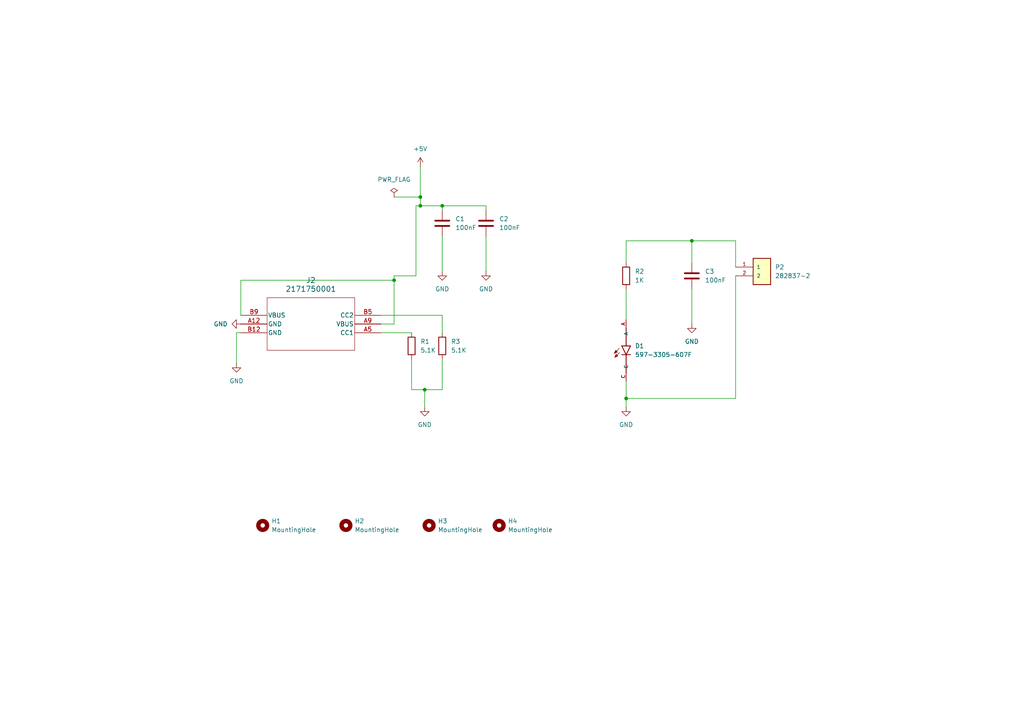
<source format=kicad_sch>
(kicad_sch
	(version 20250114)
	(generator "eeschema")
	(generator_version "9.0")
	(uuid "3fd9886b-9e0e-4090-bea6-f550e00e261d")
	(paper "A4")
	(lib_symbols
		(symbol "2025-10-14_17-10-48:2171750001"
			(pin_names
				(offset 0.254)
			)
			(exclude_from_sim no)
			(in_bom yes)
			(on_board yes)
			(property "Reference" "J"
				(at 20.32 10.16 0)
				(effects
					(font
						(size 1.524 1.524)
					)
				)
			)
			(property "Value" "2171750001"
				(at 20.32 7.62 0)
				(effects
					(font
						(size 1.524 1.524)
					)
				)
			)
			(property "Footprint" "2171750001_MOL"
				(at 0 0 0)
				(effects
					(font
						(size 1.27 1.27)
						(italic yes)
					)
					(hide yes)
				)
			)
			(property "Datasheet" "https://www.molex.com/en-us/products/part-detail-pdf/2171750001?display=pdf"
				(at 0 0 0)
				(effects
					(font
						(size 1.27 1.27)
						(italic yes)
					)
					(hide yes)
				)
			)
			(property "Description" ""
				(at 0 0 0)
				(effects
					(font
						(size 1.27 1.27)
					)
					(hide yes)
				)
			)
			(property "ki_locked" ""
				(at 0 0 0)
				(effects
					(font
						(size 1.27 1.27)
					)
				)
			)
			(property "ki_keywords" "2171750001"
				(at 0 0 0)
				(effects
					(font
						(size 1.27 1.27)
					)
					(hide yes)
				)
			)
			(property "ki_fp_filters" "2171750001_MOL"
				(at 0 0 0)
				(effects
					(font
						(size 1.27 1.27)
					)
					(hide yes)
				)
			)
			(symbol "2171750001_0_1"
				(polyline
					(pts
						(xy 7.62 5.08) (xy 7.62 -10.16)
					)
					(stroke
						(width 0.127)
						(type default)
					)
					(fill
						(type none)
					)
				)
				(polyline
					(pts
						(xy 7.62 -10.16) (xy 33.02 -10.16)
					)
					(stroke
						(width 0.127)
						(type default)
					)
					(fill
						(type none)
					)
				)
				(polyline
					(pts
						(xy 33.02 5.08) (xy 7.62 5.08)
					)
					(stroke
						(width 0.127)
						(type default)
					)
					(fill
						(type none)
					)
				)
				(polyline
					(pts
						(xy 33.02 -10.16) (xy 33.02 5.08)
					)
					(stroke
						(width 0.127)
						(type default)
					)
					(fill
						(type none)
					)
				)
				(pin bidirectional line
					(at 0 0 0)
					(length 7.62)
					(name "CC1"
						(effects
							(font
								(size 1.27 1.27)
							)
						)
					)
					(number "A5"
						(effects
							(font
								(size 1.27 1.27)
							)
						)
					)
				)
				(pin power_in line
					(at 0 -2.54 0)
					(length 7.62)
					(name "VBUS"
						(effects
							(font
								(size 1.27 1.27)
							)
						)
					)
					(number "A9"
						(effects
							(font
								(size 1.27 1.27)
							)
						)
					)
				)
				(pin bidirectional line
					(at 0 -5.08 0)
					(length 7.62)
					(name "CC2"
						(effects
							(font
								(size 1.27 1.27)
							)
						)
					)
					(number "B5"
						(effects
							(font
								(size 1.27 1.27)
							)
						)
					)
				)
				(pin power_out line
					(at 40.64 0 180)
					(length 7.62)
					(name "GND"
						(effects
							(font
								(size 1.27 1.27)
							)
						)
					)
					(number "B12"
						(effects
							(font
								(size 1.27 1.27)
							)
						)
					)
				)
				(pin power_out line
					(at 40.64 -2.54 180)
					(length 7.62)
					(name "GND"
						(effects
							(font
								(size 1.27 1.27)
							)
						)
					)
					(number "A12"
						(effects
							(font
								(size 1.27 1.27)
							)
						)
					)
				)
				(pin power_in line
					(at 40.64 -5.08 180)
					(length 7.62)
					(name "VBUS"
						(effects
							(font
								(size 1.27 1.27)
							)
						)
					)
					(number "B9"
						(effects
							(font
								(size 1.27 1.27)
							)
						)
					)
				)
			)
			(embedded_fonts no)
		)
		(symbol "282837-2_1"
			(pin_names
				(offset 1.016)
			)
			(exclude_from_sim no)
			(in_bom yes)
			(on_board yes)
			(property "Reference" "P"
				(at -2.5406 2.5438 0)
				(effects
					(font
						(size 1.27 1.27)
					)
					(justify left bottom)
				)
			)
			(property "Value" "282837-2"
				(at -2.5424 -6.3745 0)
				(effects
					(font
						(size 1.27 1.27)
					)
					(justify left bottom)
				)
			)
			(property "Footprint" "282837-2:TE_282837-2"
				(at 0 0 0)
				(effects
					(font
						(size 1.27 1.27)
					)
					(justify bottom)
					(hide yes)
				)
			)
			(property "Datasheet" ""
				(at 0 0 0)
				(effects
					(font
						(size 1.27 1.27)
					)
					(hide yes)
				)
			)
			(property "Description" ""
				(at 0 0 0)
				(effects
					(font
						(size 1.27 1.27)
					)
					(hide yes)
				)
			)
			(property "Comment" "282837-2"
				(at 0 0 0)
				(effects
					(font
						(size 1.27 1.27)
					)
					(justify bottom)
					(hide yes)
				)
			)
			(property "MF" "TE Connectivity"
				(at 0 0 0)
				(effects
					(font
						(size 1.27 1.27)
					)
					(justify bottom)
					(hide yes)
				)
			)
			(property "DESCRIPTION" "TERMINAL BLOCK 3.5MM 2POS PCB"
				(at 0 0 0)
				(effects
					(font
						(size 1.27 1.27)
					)
					(justify bottom)
					(hide yes)
				)
			)
			(property "PACKAGE" "None"
				(at 0 0 0)
				(effects
					(font
						(size 1.27 1.27)
					)
					(justify bottom)
					(hide yes)
				)
			)
			(property "PRICE" "0.28 USD"
				(at 0 0 0)
				(effects
					(font
						(size 1.27 1.27)
					)
					(justify bottom)
					(hide yes)
				)
			)
			(property "Package" "None"
				(at 0 0 0)
				(effects
					(font
						(size 1.27 1.27)
					)
					(justify bottom)
					(hide yes)
				)
			)
			(property "Check_prices" "https://www.snapeda.com/parts/282837-2/TE+Connectivity+AMP+Connectors/view-part/?ref=eda"
				(at 0 0 0)
				(effects
					(font
						(size 1.27 1.27)
					)
					(justify bottom)
					(hide yes)
				)
			)
			(property "Price" "None"
				(at 0 0 0)
				(effects
					(font
						(size 1.27 1.27)
					)
					(justify bottom)
					(hide yes)
				)
			)
			(property "PARTREV" "G3"
				(at 0 0 0)
				(effects
					(font
						(size 1.27 1.27)
					)
					(justify bottom)
					(hide yes)
				)
			)
			(property "SnapEDA_Link" "https://www.snapeda.com/parts/282837-2/TE+Connectivity+AMP+Connectors/view-part/?ref=snap"
				(at 0 0 0)
				(effects
					(font
						(size 1.27 1.27)
					)
					(justify bottom)
					(hide yes)
				)
			)
			(property "MP" "282837-2"
				(at 0 0 0)
				(effects
					(font
						(size 1.27 1.27)
					)
					(justify bottom)
					(hide yes)
				)
			)
			(property "Availability" "In Stock"
				(at 0 0 0)
				(effects
					(font
						(size 1.27 1.27)
					)
					(justify bottom)
					(hide yes)
				)
			)
			(property "AVAILABILITY" "Good"
				(at 0 0 0)
				(effects
					(font
						(size 1.27 1.27)
					)
					(justify bottom)
					(hide yes)
				)
			)
			(property "Description_1" "Terminal Block Connector Wire Receptacle 2 5.08 mm 30-16 AWG Green 13.5 A 250 V | TE Connectivity 282837-2"
				(at 0 0 0)
				(effects
					(font
						(size 1.27 1.27)
					)
					(justify bottom)
					(hide yes)
				)
			)
			(symbol "282837-2_1_0_0"
				(rectangle
					(start -2.54 -5.08)
					(end 2.54 2.54)
					(stroke
						(width 0.254)
						(type default)
					)
					(fill
						(type background)
					)
				)
				(pin passive line
					(at -7.62 0 0)
					(length 5.08)
					(name "1"
						(effects
							(font
								(size 1.016 1.016)
							)
						)
					)
					(number "1"
						(effects
							(font
								(size 1.016 1.016)
							)
						)
					)
				)
				(pin passive line
					(at -7.62 -2.54 0)
					(length 5.08)
					(name "2"
						(effects
							(font
								(size 1.016 1.016)
							)
						)
					)
					(number "2"
						(effects
							(font
								(size 1.016 1.016)
							)
						)
					)
				)
			)
			(embedded_fonts no)
		)
		(symbol "597-3305-607F:597-3305-607F"
			(pin_names
				(offset 1.016)
			)
			(exclude_from_sim no)
			(in_bom yes)
			(on_board yes)
			(property "Reference" "D"
				(at -2.0351 4.0703 0)
				(effects
					(font
						(size 1.27 1.27)
					)
					(justify left bottom)
				)
			)
			(property "Value" "597-3305-607F"
				(at -2.0337 -3.8132 0)
				(effects
					(font
						(size 1.27 1.27)
					)
					(justify left bottom)
				)
			)
			(property "Footprint" "597-3305-607F:LEDC2012X70N"
				(at 0 0 0)
				(effects
					(font
						(size 1.27 1.27)
					)
					(justify bottom)
					(hide yes)
				)
			)
			(property "Datasheet" ""
				(at 0 0 0)
				(effects
					(font
						(size 1.27 1.27)
					)
					(hide yes)
				)
			)
			(property "Description" ""
				(at 0 0 0)
				(effects
					(font
						(size 1.27 1.27)
					)
					(hide yes)
				)
			)
			(property "MF" "Dialight"
				(at 0 0 0)
				(effects
					(font
						(size 1.27 1.27)
					)
					(justify bottom)
					(hide yes)
				)
			)
			(property "Description_1" "SMD LED 0805 G 7 | Dialight 597-3305-607F"
				(at 0 0 0)
				(effects
					(font
						(size 1.27 1.27)
					)
					(justify bottom)
					(hide yes)
				)
			)
			(property "Package" "0805 Dialight"
				(at 0 0 0)
				(effects
					(font
						(size 1.27 1.27)
					)
					(justify bottom)
					(hide yes)
				)
			)
			(property "Price" "None"
				(at 0 0 0)
				(effects
					(font
						(size 1.27 1.27)
					)
					(justify bottom)
					(hide yes)
				)
			)
			(property "SnapEDA_Link" "https://www.snapeda.com/parts/597-3305-607F/Dialight/view-part/?ref=snap"
				(at 0 0 0)
				(effects
					(font
						(size 1.27 1.27)
					)
					(justify bottom)
					(hide yes)
				)
			)
			(property "MP" "597-3305-607F"
				(at 0 0 0)
				(effects
					(font
						(size 1.27 1.27)
					)
					(justify bottom)
					(hide yes)
				)
			)
			(property "Availability" "In Stock"
				(at 0 0 0)
				(effects
					(font
						(size 1.27 1.27)
					)
					(justify bottom)
					(hide yes)
				)
			)
			(property "Check_prices" "https://www.snapeda.com/parts/597-3305-607F/Dialight/view-part/?ref=eda"
				(at 0 0 0)
				(effects
					(font
						(size 1.27 1.27)
					)
					(justify bottom)
					(hide yes)
				)
			)
			(symbol "597-3305-607F_0_0"
				(polyline
					(pts
						(xy -5.08 0) (xy 0 0)
					)
					(stroke
						(width 0.254)
						(type default)
					)
					(fill
						(type none)
					)
				)
				(polyline
					(pts
						(xy -0.762 3.302) (xy 0.127 2.921) (xy -0.381 2.413) (xy -0.762 3.302)
					)
					(stroke
						(width 0.1524)
						(type default)
					)
					(fill
						(type outline)
					)
				)
				(polyline
					(pts
						(xy 0 0) (xy 0 1.27)
					)
					(stroke
						(width 0.254)
						(type default)
					)
					(fill
						(type none)
					)
				)
				(polyline
					(pts
						(xy 0 0) (xy 2.54 1.27)
					)
					(stroke
						(width 0.254)
						(type default)
					)
					(fill
						(type none)
					)
				)
				(polyline
					(pts
						(xy 0 -1.27) (xy 0 0)
					)
					(stroke
						(width 0.254)
						(type default)
					)
					(fill
						(type none)
					)
				)
				(polyline
					(pts
						(xy 0.381 3.429) (xy 1.27 3.048) (xy 0.762 2.54) (xy 0.381 3.429)
					)
					(stroke
						(width 0.1524)
						(type default)
					)
					(fill
						(type outline)
					)
				)
				(polyline
					(pts
						(xy 0.635 1.905) (xy -0.762 3.302)
					)
					(stroke
						(width 0.1524)
						(type default)
					)
					(fill
						(type none)
					)
				)
				(polyline
					(pts
						(xy 1.778 2.032) (xy 0.381 3.429)
					)
					(stroke
						(width 0.1524)
						(type default)
					)
					(fill
						(type none)
					)
				)
				(polyline
					(pts
						(xy 2.54 0) (xy 2.54 1.27)
					)
					(stroke
						(width 0.254)
						(type default)
					)
					(fill
						(type none)
					)
				)
				(polyline
					(pts
						(xy 2.54 0) (xy 7.62 0)
					)
					(stroke
						(width 0.254)
						(type default)
					)
					(fill
						(type none)
					)
				)
				(polyline
					(pts
						(xy 2.54 -1.27) (xy 0 0)
					)
					(stroke
						(width 0.254)
						(type default)
					)
					(fill
						(type none)
					)
				)
				(polyline
					(pts
						(xy 2.54 -1.27) (xy 2.54 0)
					)
					(stroke
						(width 0.254)
						(type default)
					)
					(fill
						(type none)
					)
				)
				(pin passive line
					(at -7.62 0 0)
					(length 2.54)
					(name "C"
						(effects
							(font
								(size 1.016 1.016)
							)
						)
					)
					(number "C"
						(effects
							(font
								(size 1.016 1.016)
							)
						)
					)
				)
				(pin passive line
					(at 10.16 0 180)
					(length 2.54)
					(name "A"
						(effects
							(font
								(size 1.016 1.016)
							)
						)
					)
					(number "A"
						(effects
							(font
								(size 1.016 1.016)
							)
						)
					)
				)
			)
			(embedded_fonts no)
		)
		(symbol "Device:C"
			(pin_numbers
				(hide yes)
			)
			(pin_names
				(offset 0.254)
			)
			(exclude_from_sim no)
			(in_bom yes)
			(on_board yes)
			(property "Reference" "C"
				(at 0.635 2.54 0)
				(effects
					(font
						(size 1.27 1.27)
					)
					(justify left)
				)
			)
			(property "Value" "C"
				(at 0.635 -2.54 0)
				(effects
					(font
						(size 1.27 1.27)
					)
					(justify left)
				)
			)
			(property "Footprint" ""
				(at 0.9652 -3.81 0)
				(effects
					(font
						(size 1.27 1.27)
					)
					(hide yes)
				)
			)
			(property "Datasheet" "~"
				(at 0 0 0)
				(effects
					(font
						(size 1.27 1.27)
					)
					(hide yes)
				)
			)
			(property "Description" "Unpolarized capacitor"
				(at 0 0 0)
				(effects
					(font
						(size 1.27 1.27)
					)
					(hide yes)
				)
			)
			(property "ki_keywords" "cap capacitor"
				(at 0 0 0)
				(effects
					(font
						(size 1.27 1.27)
					)
					(hide yes)
				)
			)
			(property "ki_fp_filters" "C_*"
				(at 0 0 0)
				(effects
					(font
						(size 1.27 1.27)
					)
					(hide yes)
				)
			)
			(symbol "C_0_1"
				(polyline
					(pts
						(xy -2.032 0.762) (xy 2.032 0.762)
					)
					(stroke
						(width 0.508)
						(type default)
					)
					(fill
						(type none)
					)
				)
				(polyline
					(pts
						(xy -2.032 -0.762) (xy 2.032 -0.762)
					)
					(stroke
						(width 0.508)
						(type default)
					)
					(fill
						(type none)
					)
				)
			)
			(symbol "C_1_1"
				(pin passive line
					(at 0 3.81 270)
					(length 2.794)
					(name "~"
						(effects
							(font
								(size 1.27 1.27)
							)
						)
					)
					(number "1"
						(effects
							(font
								(size 1.27 1.27)
							)
						)
					)
				)
				(pin passive line
					(at 0 -3.81 90)
					(length 2.794)
					(name "~"
						(effects
							(font
								(size 1.27 1.27)
							)
						)
					)
					(number "2"
						(effects
							(font
								(size 1.27 1.27)
							)
						)
					)
				)
			)
			(embedded_fonts no)
		)
		(symbol "Device:R"
			(pin_numbers
				(hide yes)
			)
			(pin_names
				(offset 0)
			)
			(exclude_from_sim no)
			(in_bom yes)
			(on_board yes)
			(property "Reference" "R"
				(at 2.032 0 90)
				(effects
					(font
						(size 1.27 1.27)
					)
				)
			)
			(property "Value" "R"
				(at 0 0 90)
				(effects
					(font
						(size 1.27 1.27)
					)
				)
			)
			(property "Footprint" ""
				(at -1.778 0 90)
				(effects
					(font
						(size 1.27 1.27)
					)
					(hide yes)
				)
			)
			(property "Datasheet" "~"
				(at 0 0 0)
				(effects
					(font
						(size 1.27 1.27)
					)
					(hide yes)
				)
			)
			(property "Description" "Resistor"
				(at 0 0 0)
				(effects
					(font
						(size 1.27 1.27)
					)
					(hide yes)
				)
			)
			(property "ki_keywords" "R res resistor"
				(at 0 0 0)
				(effects
					(font
						(size 1.27 1.27)
					)
					(hide yes)
				)
			)
			(property "ki_fp_filters" "R_*"
				(at 0 0 0)
				(effects
					(font
						(size 1.27 1.27)
					)
					(hide yes)
				)
			)
			(symbol "R_0_1"
				(rectangle
					(start -1.016 -2.54)
					(end 1.016 2.54)
					(stroke
						(width 0.254)
						(type default)
					)
					(fill
						(type none)
					)
				)
			)
			(symbol "R_1_1"
				(pin passive line
					(at 0 3.81 270)
					(length 1.27)
					(name "~"
						(effects
							(font
								(size 1.27 1.27)
							)
						)
					)
					(number "1"
						(effects
							(font
								(size 1.27 1.27)
							)
						)
					)
				)
				(pin passive line
					(at 0 -3.81 90)
					(length 1.27)
					(name "~"
						(effects
							(font
								(size 1.27 1.27)
							)
						)
					)
					(number "2"
						(effects
							(font
								(size 1.27 1.27)
							)
						)
					)
				)
			)
			(embedded_fonts no)
		)
		(symbol "Mechanical:MountingHole"
			(pin_names
				(offset 1.016)
			)
			(exclude_from_sim no)
			(in_bom no)
			(on_board yes)
			(property "Reference" "H"
				(at 0 5.08 0)
				(effects
					(font
						(size 1.27 1.27)
					)
				)
			)
			(property "Value" "MountingHole"
				(at 0 3.175 0)
				(effects
					(font
						(size 1.27 1.27)
					)
				)
			)
			(property "Footprint" ""
				(at 0 0 0)
				(effects
					(font
						(size 1.27 1.27)
					)
					(hide yes)
				)
			)
			(property "Datasheet" "~"
				(at 0 0 0)
				(effects
					(font
						(size 1.27 1.27)
					)
					(hide yes)
				)
			)
			(property "Description" "Mounting Hole without connection"
				(at 0 0 0)
				(effects
					(font
						(size 1.27 1.27)
					)
					(hide yes)
				)
			)
			(property "ki_keywords" "mounting hole"
				(at 0 0 0)
				(effects
					(font
						(size 1.27 1.27)
					)
					(hide yes)
				)
			)
			(property "ki_fp_filters" "MountingHole*"
				(at 0 0 0)
				(effects
					(font
						(size 1.27 1.27)
					)
					(hide yes)
				)
			)
			(symbol "MountingHole_0_1"
				(circle
					(center 0 0)
					(radius 1.27)
					(stroke
						(width 1.27)
						(type default)
					)
					(fill
						(type none)
					)
				)
			)
			(embedded_fonts no)
		)
		(symbol "power:+5V"
			(power)
			(pin_numbers
				(hide yes)
			)
			(pin_names
				(offset 0)
				(hide yes)
			)
			(exclude_from_sim no)
			(in_bom yes)
			(on_board yes)
			(property "Reference" "#PWR"
				(at 0 -3.81 0)
				(effects
					(font
						(size 1.27 1.27)
					)
					(hide yes)
				)
			)
			(property "Value" "+5V"
				(at 0 3.556 0)
				(effects
					(font
						(size 1.27 1.27)
					)
				)
			)
			(property "Footprint" ""
				(at 0 0 0)
				(effects
					(font
						(size 1.27 1.27)
					)
					(hide yes)
				)
			)
			(property "Datasheet" ""
				(at 0 0 0)
				(effects
					(font
						(size 1.27 1.27)
					)
					(hide yes)
				)
			)
			(property "Description" "Power symbol creates a global label with name \"+5V\""
				(at 0 0 0)
				(effects
					(font
						(size 1.27 1.27)
					)
					(hide yes)
				)
			)
			(property "ki_keywords" "global power"
				(at 0 0 0)
				(effects
					(font
						(size 1.27 1.27)
					)
					(hide yes)
				)
			)
			(symbol "+5V_0_1"
				(polyline
					(pts
						(xy -0.762 1.27) (xy 0 2.54)
					)
					(stroke
						(width 0)
						(type default)
					)
					(fill
						(type none)
					)
				)
				(polyline
					(pts
						(xy 0 2.54) (xy 0.762 1.27)
					)
					(stroke
						(width 0)
						(type default)
					)
					(fill
						(type none)
					)
				)
				(polyline
					(pts
						(xy 0 0) (xy 0 2.54)
					)
					(stroke
						(width 0)
						(type default)
					)
					(fill
						(type none)
					)
				)
			)
			(symbol "+5V_1_1"
				(pin power_in line
					(at 0 0 90)
					(length 0)
					(name "~"
						(effects
							(font
								(size 1.27 1.27)
							)
						)
					)
					(number "1"
						(effects
							(font
								(size 1.27 1.27)
							)
						)
					)
				)
			)
			(embedded_fonts no)
		)
		(symbol "power:GND"
			(power)
			(pin_numbers
				(hide yes)
			)
			(pin_names
				(offset 0)
				(hide yes)
			)
			(exclude_from_sim no)
			(in_bom yes)
			(on_board yes)
			(property "Reference" "#PWR"
				(at 0 -6.35 0)
				(effects
					(font
						(size 1.27 1.27)
					)
					(hide yes)
				)
			)
			(property "Value" "GND"
				(at 0 -3.81 0)
				(effects
					(font
						(size 1.27 1.27)
					)
				)
			)
			(property "Footprint" ""
				(at 0 0 0)
				(effects
					(font
						(size 1.27 1.27)
					)
					(hide yes)
				)
			)
			(property "Datasheet" ""
				(at 0 0 0)
				(effects
					(font
						(size 1.27 1.27)
					)
					(hide yes)
				)
			)
			(property "Description" "Power symbol creates a global label with name \"GND\" , ground"
				(at 0 0 0)
				(effects
					(font
						(size 1.27 1.27)
					)
					(hide yes)
				)
			)
			(property "ki_keywords" "global power"
				(at 0 0 0)
				(effects
					(font
						(size 1.27 1.27)
					)
					(hide yes)
				)
			)
			(symbol "GND_0_1"
				(polyline
					(pts
						(xy 0 0) (xy 0 -1.27) (xy 1.27 -1.27) (xy 0 -2.54) (xy -1.27 -1.27) (xy 0 -1.27)
					)
					(stroke
						(width 0)
						(type default)
					)
					(fill
						(type none)
					)
				)
			)
			(symbol "GND_1_1"
				(pin power_in line
					(at 0 0 270)
					(length 0)
					(name "~"
						(effects
							(font
								(size 1.27 1.27)
							)
						)
					)
					(number "1"
						(effects
							(font
								(size 1.27 1.27)
							)
						)
					)
				)
			)
			(embedded_fonts no)
		)
		(symbol "power:PWR_FLAG"
			(power)
			(pin_numbers
				(hide yes)
			)
			(pin_names
				(offset 0)
				(hide yes)
			)
			(exclude_from_sim no)
			(in_bom yes)
			(on_board yes)
			(property "Reference" "#FLG"
				(at 0 1.905 0)
				(effects
					(font
						(size 1.27 1.27)
					)
					(hide yes)
				)
			)
			(property "Value" "PWR_FLAG"
				(at 0 3.81 0)
				(effects
					(font
						(size 1.27 1.27)
					)
				)
			)
			(property "Footprint" ""
				(at 0 0 0)
				(effects
					(font
						(size 1.27 1.27)
					)
					(hide yes)
				)
			)
			(property "Datasheet" "~"
				(at 0 0 0)
				(effects
					(font
						(size 1.27 1.27)
					)
					(hide yes)
				)
			)
			(property "Description" "Special symbol for telling ERC where power comes from"
				(at 0 0 0)
				(effects
					(font
						(size 1.27 1.27)
					)
					(hide yes)
				)
			)
			(property "ki_keywords" "flag power"
				(at 0 0 0)
				(effects
					(font
						(size 1.27 1.27)
					)
					(hide yes)
				)
			)
			(symbol "PWR_FLAG_0_0"
				(pin power_out line
					(at 0 0 90)
					(length 0)
					(name "~"
						(effects
							(font
								(size 1.27 1.27)
							)
						)
					)
					(number "1"
						(effects
							(font
								(size 1.27 1.27)
							)
						)
					)
				)
			)
			(symbol "PWR_FLAG_0_1"
				(polyline
					(pts
						(xy 0 0) (xy 0 1.27) (xy -1.016 1.905) (xy 0 2.54) (xy 1.016 1.905) (xy 0 1.27)
					)
					(stroke
						(width 0)
						(type default)
					)
					(fill
						(type none)
					)
				)
			)
			(embedded_fonts no)
		)
	)
	(junction
		(at 128.27 59.69)
		(diameter 0)
		(color 0 0 0 0)
		(uuid "20cb0d84-f9fb-4946-b626-adbbf944d094")
	)
	(junction
		(at 121.92 59.69)
		(diameter 0)
		(color 0 0 0 0)
		(uuid "4b17351e-01bc-4c00-861c-54b14122265e")
	)
	(junction
		(at 121.92 57.15)
		(diameter 0)
		(color 0 0 0 0)
		(uuid "6ccfdb3b-3f73-4149-8bfc-5bd85a095a09")
	)
	(junction
		(at 123.19 113.03)
		(diameter 0)
		(color 0 0 0 0)
		(uuid "82ec4373-4763-4188-a814-48f19830674d")
	)
	(junction
		(at 114.3 81.28)
		(diameter 0)
		(color 0 0 0 0)
		(uuid "af2bf37a-b5d4-4523-b77c-b861786f761c")
	)
	(junction
		(at 181.61 115.57)
		(diameter 0)
		(color 0 0 0 0)
		(uuid "c4c2bee6-eac4-4679-9751-e78904b2156a")
	)
	(junction
		(at 200.66 69.85)
		(diameter 0)
		(color 0 0 0 0)
		(uuid "d8881a83-7835-4b45-9600-a0d4ba07231c")
	)
	(wire
		(pts
			(xy 114.3 80.01) (xy 120.65 80.01)
		)
		(stroke
			(width 0)
			(type default)
		)
		(uuid "01a8f157-d256-4b77-aa43-6a6e6ccc50b9")
	)
	(wire
		(pts
			(xy 128.27 91.44) (xy 128.27 96.52)
		)
		(stroke
			(width 0)
			(type default)
		)
		(uuid "0c3c1dac-b29c-40ff-8164-2d91be7717d0")
	)
	(wire
		(pts
			(xy 213.36 115.57) (xy 181.61 115.57)
		)
		(stroke
			(width 0)
			(type default)
		)
		(uuid "0d153567-0f8d-4e05-90fd-083bc558b007")
	)
	(wire
		(pts
			(xy 114.3 57.15) (xy 121.92 57.15)
		)
		(stroke
			(width 0)
			(type default)
		)
		(uuid "0d7cbca7-42be-4293-95a6-7134b7073014")
	)
	(wire
		(pts
			(xy 121.92 59.69) (xy 120.65 59.69)
		)
		(stroke
			(width 0)
			(type default)
		)
		(uuid "145e3469-04a9-48e3-81ec-f89204994507")
	)
	(wire
		(pts
			(xy 200.66 69.85) (xy 200.66 76.2)
		)
		(stroke
			(width 0)
			(type default)
		)
		(uuid "1c73f85f-5f57-49df-9ca3-f357d25b9a5d")
	)
	(wire
		(pts
			(xy 200.66 83.82) (xy 200.66 93.98)
		)
		(stroke
			(width 0)
			(type default)
		)
		(uuid "32b8ee77-d874-4287-848a-8a5076a08b1d")
	)
	(wire
		(pts
			(xy 213.36 80.01) (xy 213.36 115.57)
		)
		(stroke
			(width 0)
			(type default)
		)
		(uuid "34524b4e-00f1-4622-ad3b-a2c90dc20499")
	)
	(wire
		(pts
			(xy 114.3 93.98) (xy 114.3 81.28)
		)
		(stroke
			(width 0)
			(type default)
		)
		(uuid "35168ea9-3a46-48dc-8719-c7cf61e627ce")
	)
	(wire
		(pts
			(xy 181.61 83.82) (xy 181.61 92.71)
		)
		(stroke
			(width 0)
			(type default)
		)
		(uuid "367f2a46-da1d-4cda-82f8-1c373f380526")
	)
	(wire
		(pts
			(xy 128.27 113.03) (xy 128.27 104.14)
		)
		(stroke
			(width 0)
			(type default)
		)
		(uuid "3bf8eeda-f2e2-445b-b337-b1a6010a4122")
	)
	(wire
		(pts
			(xy 181.61 110.49) (xy 181.61 115.57)
		)
		(stroke
			(width 0)
			(type default)
		)
		(uuid "45ae4c99-5b87-4437-8447-66a110ace7e2")
	)
	(wire
		(pts
			(xy 140.97 60.96) (xy 140.97 59.69)
		)
		(stroke
			(width 0)
			(type default)
		)
		(uuid "56b62f2e-ed40-450a-9889-f359c79e86fc")
	)
	(wire
		(pts
			(xy 123.19 113.03) (xy 123.19 118.11)
		)
		(stroke
			(width 0)
			(type default)
		)
		(uuid "692d93c0-a50f-4bdf-a9cb-d9880b67d8f5")
	)
	(wire
		(pts
			(xy 128.27 59.69) (xy 121.92 59.69)
		)
		(stroke
			(width 0)
			(type default)
		)
		(uuid "6a4e837f-bf69-4121-b732-d3b1107d529c")
	)
	(wire
		(pts
			(xy 140.97 68.58) (xy 140.97 78.74)
		)
		(stroke
			(width 0)
			(type default)
		)
		(uuid "72fe9fab-71f9-4333-8be6-ad4a8913b054")
	)
	(wire
		(pts
			(xy 213.36 69.85) (xy 200.66 69.85)
		)
		(stroke
			(width 0)
			(type default)
		)
		(uuid "731c81bb-f008-4939-8368-f311306d8c87")
	)
	(wire
		(pts
			(xy 181.61 69.85) (xy 181.61 76.2)
		)
		(stroke
			(width 0)
			(type default)
		)
		(uuid "789d9e55-e88a-4767-b14c-8631b91b6814")
	)
	(wire
		(pts
			(xy 119.38 113.03) (xy 123.19 113.03)
		)
		(stroke
			(width 0)
			(type default)
		)
		(uuid "81a51340-dab3-4fb5-852d-564f4d103b38")
	)
	(wire
		(pts
			(xy 140.97 59.69) (xy 128.27 59.69)
		)
		(stroke
			(width 0)
			(type default)
		)
		(uuid "8b7078e3-9ac8-4890-8532-8fd80abde05c")
	)
	(wire
		(pts
			(xy 200.66 69.85) (xy 181.61 69.85)
		)
		(stroke
			(width 0)
			(type default)
		)
		(uuid "8b8bec13-0a7f-4a92-a2cf-c295f70e3d63")
	)
	(wire
		(pts
			(xy 119.38 104.14) (xy 119.38 113.03)
		)
		(stroke
			(width 0)
			(type default)
		)
		(uuid "8cbc6f21-0040-44a6-b8cb-66e1cd2459ff")
	)
	(wire
		(pts
			(xy 110.49 93.98) (xy 114.3 93.98)
		)
		(stroke
			(width 0)
			(type default)
		)
		(uuid "a02727a8-1e58-4964-ae44-1319f870b520")
	)
	(wire
		(pts
			(xy 123.19 113.03) (xy 128.27 113.03)
		)
		(stroke
			(width 0)
			(type default)
		)
		(uuid "a3ff5feb-d420-4086-8414-e836df9e623b")
	)
	(wire
		(pts
			(xy 68.58 96.52) (xy 68.58 105.41)
		)
		(stroke
			(width 0)
			(type default)
		)
		(uuid "a791af3f-6d4a-4ce5-9aa1-591845314e0f")
	)
	(wire
		(pts
			(xy 128.27 59.69) (xy 128.27 60.96)
		)
		(stroke
			(width 0)
			(type default)
		)
		(uuid "aa77e556-17a4-4497-a678-95ba9867c5f3")
	)
	(wire
		(pts
			(xy 121.92 57.15) (xy 121.92 59.69)
		)
		(stroke
			(width 0)
			(type default)
		)
		(uuid "ac7a24d9-b4a1-43d2-b63a-25ab6765a2cd")
	)
	(wire
		(pts
			(xy 213.36 77.47) (xy 213.36 69.85)
		)
		(stroke
			(width 0)
			(type default)
		)
		(uuid "b2a50ba5-3324-4298-b3ce-bb34b401db77")
	)
	(wire
		(pts
			(xy 121.92 48.26) (xy 121.92 57.15)
		)
		(stroke
			(width 0)
			(type default)
		)
		(uuid "d17f520a-906a-46ef-9623-5dd4f5916148")
	)
	(wire
		(pts
			(xy 114.3 81.28) (xy 114.3 80.01)
		)
		(stroke
			(width 0)
			(type default)
		)
		(uuid "d7b4666c-4301-4be8-930c-2982e83d323d")
	)
	(wire
		(pts
			(xy 181.61 115.57) (xy 181.61 118.11)
		)
		(stroke
			(width 0)
			(type default)
		)
		(uuid "dd39a3d6-85dd-4b03-bddc-508c7153a518")
	)
	(wire
		(pts
			(xy 69.85 91.44) (xy 69.85 81.28)
		)
		(stroke
			(width 0)
			(type default)
		)
		(uuid "deafd5b6-4c53-424e-8bf1-28862d9cb8a0")
	)
	(wire
		(pts
			(xy 69.85 81.28) (xy 114.3 81.28)
		)
		(stroke
			(width 0)
			(type default)
		)
		(uuid "dee9f069-4873-48a9-82fe-634e26d7d00d")
	)
	(wire
		(pts
			(xy 110.49 96.52) (xy 119.38 96.52)
		)
		(stroke
			(width 0)
			(type default)
		)
		(uuid "e2dac3a4-2aac-44e2-b283-9d4ef969497b")
	)
	(wire
		(pts
			(xy 68.58 96.52) (xy 69.85 96.52)
		)
		(stroke
			(width 0)
			(type default)
		)
		(uuid "e470259d-cd22-4f5f-ad8a-db7e8114049f")
	)
	(wire
		(pts
			(xy 128.27 68.58) (xy 128.27 78.74)
		)
		(stroke
			(width 0)
			(type default)
		)
		(uuid "f1fca2d4-7ffd-4fdc-b5c8-de531ade70db")
	)
	(wire
		(pts
			(xy 110.49 91.44) (xy 128.27 91.44)
		)
		(stroke
			(width 0)
			(type default)
		)
		(uuid "f23d4bfb-2798-486b-997f-69c7d0c09bcc")
	)
	(wire
		(pts
			(xy 120.65 59.69) (xy 120.65 80.01)
		)
		(stroke
			(width 0)
			(type default)
		)
		(uuid "fd9695a4-58ae-40c2-87de-f60b796cb36b")
	)
	(symbol
		(lib_id "Mechanical:MountingHole")
		(at 144.78 152.4 0)
		(unit 1)
		(exclude_from_sim no)
		(in_bom no)
		(on_board yes)
		(dnp no)
		(fields_autoplaced yes)
		(uuid "0c9a8052-f32d-42ca-bced-db1d7c6574f8")
		(property "Reference" "H4"
			(at 147.32 151.1299 0)
			(effects
				(font
					(size 1.27 1.27)
				)
				(justify left)
			)
		)
		(property "Value" "MountingHole"
			(at 147.32 153.6699 0)
			(effects
				(font
					(size 1.27 1.27)
				)
				(justify left)
			)
		)
		(property "Footprint" "MountingHole:MountingHole_2.2mm_M2_DIN965_Pad"
			(at 144.78 152.4 0)
			(effects
				(font
					(size 1.27 1.27)
				)
				(hide yes)
			)
		)
		(property "Datasheet" "~"
			(at 144.78 152.4 0)
			(effects
				(font
					(size 1.27 1.27)
				)
				(hide yes)
			)
		)
		(property "Description" "Mounting Hole without connection"
			(at 144.78 152.4 0)
			(effects
				(font
					(size 1.27 1.27)
				)
				(hide yes)
			)
		)
		(instances
			(project "USB-C Power Supply"
				(path "/3fd9886b-9e0e-4090-bea6-f550e00e261d"
					(reference "H4")
					(unit 1)
				)
			)
		)
	)
	(symbol
		(lib_id "power:GND")
		(at 128.27 78.74 0)
		(unit 1)
		(exclude_from_sim no)
		(in_bom yes)
		(on_board yes)
		(dnp no)
		(fields_autoplaced yes)
		(uuid "2cc23785-8517-465e-b0b3-59b967f5b503")
		(property "Reference" "#PWR04"
			(at 128.27 85.09 0)
			(effects
				(font
					(size 1.27 1.27)
				)
				(hide yes)
			)
		)
		(property "Value" "GND"
			(at 128.27 83.82 0)
			(effects
				(font
					(size 1.27 1.27)
				)
			)
		)
		(property "Footprint" ""
			(at 128.27 78.74 0)
			(effects
				(font
					(size 1.27 1.27)
				)
				(hide yes)
			)
		)
		(property "Datasheet" ""
			(at 128.27 78.74 0)
			(effects
				(font
					(size 1.27 1.27)
				)
				(hide yes)
			)
		)
		(property "Description" "Power symbol creates a global label with name \"GND\" , ground"
			(at 128.27 78.74 0)
			(effects
				(font
					(size 1.27 1.27)
				)
				(hide yes)
			)
		)
		(pin "1"
			(uuid "1c1229ec-b9ab-4a32-adf4-946b410db164")
		)
		(instances
			(project "USB-C Power Supply"
				(path "/3fd9886b-9e0e-4090-bea6-f550e00e261d"
					(reference "#PWR04")
					(unit 1)
				)
			)
		)
	)
	(symbol
		(lib_id "Device:C")
		(at 128.27 64.77 0)
		(unit 1)
		(exclude_from_sim no)
		(in_bom yes)
		(on_board yes)
		(dnp no)
		(fields_autoplaced yes)
		(uuid "32a7bc09-20e5-4cb6-a54a-20afea619d9e")
		(property "Reference" "C1"
			(at 132.08 63.4999 0)
			(effects
				(font
					(size 1.27 1.27)
				)
				(justify left)
			)
		)
		(property "Value" "100nF"
			(at 132.08 66.0399 0)
			(effects
				(font
					(size 1.27 1.27)
				)
				(justify left)
			)
		)
		(property "Footprint" "Capacitor_SMD:C_0201_0603Metric"
			(at 129.2352 68.58 0)
			(effects
				(font
					(size 1.27 1.27)
				)
				(hide yes)
			)
		)
		(property "Datasheet" "~"
			(at 128.27 64.77 0)
			(effects
				(font
					(size 1.27 1.27)
				)
				(hide yes)
			)
		)
		(property "Description" "Unpolarized capacitor"
			(at 128.27 64.77 0)
			(effects
				(font
					(size 1.27 1.27)
				)
				(hide yes)
			)
		)
		(pin "1"
			(uuid "e77b840c-e5f7-4f50-ae4c-2e767156e179")
		)
		(pin "2"
			(uuid "86bad71c-e3f2-497b-b9e2-4b44f4939e3a")
		)
		(instances
			(project ""
				(path "/3fd9886b-9e0e-4090-bea6-f550e00e261d"
					(reference "C1")
					(unit 1)
				)
			)
		)
	)
	(symbol
		(lib_id "Device:R")
		(at 181.61 80.01 0)
		(unit 1)
		(exclude_from_sim no)
		(in_bom yes)
		(on_board yes)
		(dnp no)
		(fields_autoplaced yes)
		(uuid "3e4a9981-a4a1-4212-a068-53737fd8b554")
		(property "Reference" "R2"
			(at 184.15 78.7399 0)
			(effects
				(font
					(size 1.27 1.27)
				)
				(justify left)
			)
		)
		(property "Value" "1K"
			(at 184.15 81.2799 0)
			(effects
				(font
					(size 1.27 1.27)
				)
				(justify left)
			)
		)
		(property "Footprint" "Resistor_SMD:R_0201_0603Metric"
			(at 179.832 80.01 90)
			(effects
				(font
					(size 1.27 1.27)
				)
				(hide yes)
			)
		)
		(property "Datasheet" "~"
			(at 181.61 80.01 0)
			(effects
				(font
					(size 1.27 1.27)
				)
				(hide yes)
			)
		)
		(property "Description" "Resistor"
			(at 181.61 80.01 0)
			(effects
				(font
					(size 1.27 1.27)
				)
				(hide yes)
			)
		)
		(pin "1"
			(uuid "f1a2ed49-859d-418d-abc5-ff9881fd1b24")
		)
		(pin "2"
			(uuid "f6af9e33-4612-4c4f-a4f9-59b383d233ec")
		)
		(instances
			(project "USB-C Power Supply"
				(path "/3fd9886b-9e0e-4090-bea6-f550e00e261d"
					(reference "R2")
					(unit 1)
				)
			)
		)
	)
	(symbol
		(lib_id "597-3305-607F:597-3305-607F")
		(at 181.61 102.87 90)
		(unit 1)
		(exclude_from_sim no)
		(in_bom yes)
		(on_board yes)
		(dnp no)
		(fields_autoplaced yes)
		(uuid "435a14e1-2729-4868-bf01-c448ef5492d8")
		(property "Reference" "D1"
			(at 184.15 100.3299 90)
			(effects
				(font
					(size 1.27 1.27)
				)
				(justify right)
			)
		)
		(property "Value" "597-3305-607F"
			(at 184.15 102.8699 90)
			(effects
				(font
					(size 1.27 1.27)
				)
				(justify right)
			)
		)
		(property "Footprint" "597-3305-607F:LEDC2012X70N"
			(at 181.61 102.87 0)
			(effects
				(font
					(size 1.27 1.27)
				)
				(justify bottom)
				(hide yes)
			)
		)
		(property "Datasheet" ""
			(at 181.61 102.87 0)
			(effects
				(font
					(size 1.27 1.27)
				)
				(hide yes)
			)
		)
		(property "Description" ""
			(at 181.61 102.87 0)
			(effects
				(font
					(size 1.27 1.27)
				)
				(hide yes)
			)
		)
		(property "MF" "Dialight"
			(at 181.61 102.87 0)
			(effects
				(font
					(size 1.27 1.27)
				)
				(justify bottom)
				(hide yes)
			)
		)
		(property "Description_1" "SMD LED 0805 G 7 | Dialight 597-3305-607F"
			(at 181.61 102.87 0)
			(effects
				(font
					(size 1.27 1.27)
				)
				(justify bottom)
				(hide yes)
			)
		)
		(property "Package" "0805 Dialight"
			(at 181.61 102.87 0)
			(effects
				(font
					(size 1.27 1.27)
				)
				(justify bottom)
				(hide yes)
			)
		)
		(property "Price" "None"
			(at 181.61 102.87 0)
			(effects
				(font
					(size 1.27 1.27)
				)
				(justify bottom)
				(hide yes)
			)
		)
		(property "SnapEDA_Link" "https://www.snapeda.com/parts/597-3305-607F/Dialight/view-part/?ref=snap"
			(at 181.61 102.87 0)
			(effects
				(font
					(size 1.27 1.27)
				)
				(justify bottom)
				(hide yes)
			)
		)
		(property "MP" "597-3305-607F"
			(at 181.61 102.87 0)
			(effects
				(font
					(size 1.27 1.27)
				)
				(justify bottom)
				(hide yes)
			)
		)
		(property "Availability" "In Stock"
			(at 181.61 102.87 0)
			(effects
				(font
					(size 1.27 1.27)
				)
				(justify bottom)
				(hide yes)
			)
		)
		(property "Check_prices" "https://www.snapeda.com/parts/597-3305-607F/Dialight/view-part/?ref=eda"
			(at 181.61 102.87 0)
			(effects
				(font
					(size 1.27 1.27)
				)
				(justify bottom)
				(hide yes)
			)
		)
		(pin "C"
			(uuid "24894310-8f6c-4a6e-9b3e-eb07de6f293d")
		)
		(pin "A"
			(uuid "e67b93fb-e24d-4653-9fd2-22a4e604c599")
		)
		(instances
			(project ""
				(path "/3fd9886b-9e0e-4090-bea6-f550e00e261d"
					(reference "D1")
					(unit 1)
				)
			)
		)
	)
	(symbol
		(lib_id "power:GND")
		(at 68.58 105.41 0)
		(unit 1)
		(exclude_from_sim no)
		(in_bom yes)
		(on_board yes)
		(dnp no)
		(fields_autoplaced yes)
		(uuid "45400115-976b-49ce-8575-cbf898db2a69")
		(property "Reference" "#PWR02"
			(at 68.58 111.76 0)
			(effects
				(font
					(size 1.27 1.27)
				)
				(hide yes)
			)
		)
		(property "Value" "GND"
			(at 68.58 110.49 0)
			(effects
				(font
					(size 1.27 1.27)
				)
			)
		)
		(property "Footprint" ""
			(at 68.58 105.41 0)
			(effects
				(font
					(size 1.27 1.27)
				)
				(hide yes)
			)
		)
		(property "Datasheet" ""
			(at 68.58 105.41 0)
			(effects
				(font
					(size 1.27 1.27)
				)
				(hide yes)
			)
		)
		(property "Description" "Power symbol creates a global label with name \"GND\" , ground"
			(at 68.58 105.41 0)
			(effects
				(font
					(size 1.27 1.27)
				)
				(hide yes)
			)
		)
		(pin "1"
			(uuid "162aafd8-e29e-4aa7-876c-118d0f04fb0d")
		)
		(instances
			(project ""
				(path "/3fd9886b-9e0e-4090-bea6-f550e00e261d"
					(reference "#PWR02")
					(unit 1)
				)
			)
		)
	)
	(symbol
		(lib_id "Mechanical:MountingHole")
		(at 124.46 152.4 0)
		(unit 1)
		(exclude_from_sim no)
		(in_bom no)
		(on_board yes)
		(dnp no)
		(fields_autoplaced yes)
		(uuid "478228ba-8b57-49b3-938c-b2ffc215245f")
		(property "Reference" "H3"
			(at 127 151.1299 0)
			(effects
				(font
					(size 1.27 1.27)
				)
				(justify left)
			)
		)
		(property "Value" "MountingHole"
			(at 127 153.6699 0)
			(effects
				(font
					(size 1.27 1.27)
				)
				(justify left)
			)
		)
		(property "Footprint" "MountingHole:MountingHole_2.2mm_M2_DIN965_Pad"
			(at 124.46 152.4 0)
			(effects
				(font
					(size 1.27 1.27)
				)
				(hide yes)
			)
		)
		(property "Datasheet" "~"
			(at 124.46 152.4 0)
			(effects
				(font
					(size 1.27 1.27)
				)
				(hide yes)
			)
		)
		(property "Description" "Mounting Hole without connection"
			(at 124.46 152.4 0)
			(effects
				(font
					(size 1.27 1.27)
				)
				(hide yes)
			)
		)
		(instances
			(project "USB-C Power Supply"
				(path "/3fd9886b-9e0e-4090-bea6-f550e00e261d"
					(reference "H3")
					(unit 1)
				)
			)
		)
	)
	(symbol
		(lib_id "Device:R")
		(at 119.38 100.33 0)
		(unit 1)
		(exclude_from_sim no)
		(in_bom yes)
		(on_board yes)
		(dnp no)
		(fields_autoplaced yes)
		(uuid "4d932473-ff8f-4f7a-b46c-035c73871b3f")
		(property "Reference" "R1"
			(at 121.92 99.0599 0)
			(effects
				(font
					(size 1.27 1.27)
				)
				(justify left)
			)
		)
		(property "Value" "5.1K"
			(at 121.92 101.5999 0)
			(effects
				(font
					(size 1.27 1.27)
				)
				(justify left)
			)
		)
		(property "Footprint" "Resistor_SMD:R_0201_0603Metric"
			(at 117.602 100.33 90)
			(effects
				(font
					(size 1.27 1.27)
				)
				(hide yes)
			)
		)
		(property "Datasheet" "~"
			(at 119.38 100.33 0)
			(effects
				(font
					(size 1.27 1.27)
				)
				(hide yes)
			)
		)
		(property "Description" "Resistor"
			(at 119.38 100.33 0)
			(effects
				(font
					(size 1.27 1.27)
				)
				(hide yes)
			)
		)
		(pin "1"
			(uuid "d27c91b8-d14e-4209-80f0-9bc94252f3b3")
		)
		(pin "2"
			(uuid "8e3f8af6-3f9e-449f-94df-c80a24f68c40")
		)
		(instances
			(project ""
				(path "/3fd9886b-9e0e-4090-bea6-f550e00e261d"
					(reference "R1")
					(unit 1)
				)
			)
		)
	)
	(symbol
		(lib_id "Device:C")
		(at 140.97 64.77 0)
		(unit 1)
		(exclude_from_sim no)
		(in_bom yes)
		(on_board yes)
		(dnp no)
		(fields_autoplaced yes)
		(uuid "52c185ac-59fd-48e3-9580-3857bb1c9cac")
		(property "Reference" "C2"
			(at 144.78 63.4999 0)
			(effects
				(font
					(size 1.27 1.27)
				)
				(justify left)
			)
		)
		(property "Value" "100nF"
			(at 144.78 66.0399 0)
			(effects
				(font
					(size 1.27 1.27)
				)
				(justify left)
			)
		)
		(property "Footprint" "Capacitor_SMD:C_0201_0603Metric"
			(at 141.9352 68.58 0)
			(effects
				(font
					(size 1.27 1.27)
				)
				(hide yes)
			)
		)
		(property "Datasheet" "~"
			(at 140.97 64.77 0)
			(effects
				(font
					(size 1.27 1.27)
				)
				(hide yes)
			)
		)
		(property "Description" "Unpolarized capacitor"
			(at 140.97 64.77 0)
			(effects
				(font
					(size 1.27 1.27)
				)
				(hide yes)
			)
		)
		(pin "1"
			(uuid "30096130-89dc-4f83-8d09-8519abcfb93a")
		)
		(pin "2"
			(uuid "d65cd995-0407-4569-8e0e-8f814fb771de")
		)
		(instances
			(project "USB-C Power Supply"
				(path "/3fd9886b-9e0e-4090-bea6-f550e00e261d"
					(reference "C2")
					(unit 1)
				)
			)
		)
	)
	(symbol
		(lib_id "Device:R")
		(at 128.27 100.33 0)
		(unit 1)
		(exclude_from_sim no)
		(in_bom yes)
		(on_board yes)
		(dnp no)
		(fields_autoplaced yes)
		(uuid "67625d88-9b36-49bc-8da4-db0d0e3f8076")
		(property "Reference" "R3"
			(at 130.81 99.0599 0)
			(effects
				(font
					(size 1.27 1.27)
				)
				(justify left)
			)
		)
		(property "Value" "5.1K"
			(at 130.81 101.5999 0)
			(effects
				(font
					(size 1.27 1.27)
				)
				(justify left)
			)
		)
		(property "Footprint" "Resistor_SMD:R_0201_0603Metric"
			(at 126.492 100.33 90)
			(effects
				(font
					(size 1.27 1.27)
				)
				(hide yes)
			)
		)
		(property "Datasheet" "~"
			(at 128.27 100.33 0)
			(effects
				(font
					(size 1.27 1.27)
				)
				(hide yes)
			)
		)
		(property "Description" "Resistor"
			(at 128.27 100.33 0)
			(effects
				(font
					(size 1.27 1.27)
				)
				(hide yes)
			)
		)
		(pin "1"
			(uuid "162b6992-b7d5-43b5-8f28-1a747a761348")
		)
		(pin "2"
			(uuid "7468914a-bf47-47fc-9e93-1241303fea90")
		)
		(instances
			(project "USB-C Power Supply"
				(path "/3fd9886b-9e0e-4090-bea6-f550e00e261d"
					(reference "R3")
					(unit 1)
				)
			)
		)
	)
	(symbol
		(lib_id "power:GND")
		(at 123.19 118.11 0)
		(unit 1)
		(exclude_from_sim no)
		(in_bom yes)
		(on_board yes)
		(dnp no)
		(fields_autoplaced yes)
		(uuid "6995c26c-6d68-443b-bfeb-e6db3ce4acbe")
		(property "Reference" "#PWR03"
			(at 123.19 124.46 0)
			(effects
				(font
					(size 1.27 1.27)
				)
				(hide yes)
			)
		)
		(property "Value" "GND"
			(at 123.19 123.19 0)
			(effects
				(font
					(size 1.27 1.27)
				)
			)
		)
		(property "Footprint" ""
			(at 123.19 118.11 0)
			(effects
				(font
					(size 1.27 1.27)
				)
				(hide yes)
			)
		)
		(property "Datasheet" ""
			(at 123.19 118.11 0)
			(effects
				(font
					(size 1.27 1.27)
				)
				(hide yes)
			)
		)
		(property "Description" "Power symbol creates a global label with name \"GND\" , ground"
			(at 123.19 118.11 0)
			(effects
				(font
					(size 1.27 1.27)
				)
				(hide yes)
			)
		)
		(pin "1"
			(uuid "14c3f9b1-d5c1-4d57-98d8-87f7318d41cf")
		)
		(instances
			(project "USB-C Power Supply"
				(path "/3fd9886b-9e0e-4090-bea6-f550e00e261d"
					(reference "#PWR03")
					(unit 1)
				)
			)
		)
	)
	(symbol
		(lib_id "Mechanical:MountingHole")
		(at 100.33 152.4 0)
		(unit 1)
		(exclude_from_sim no)
		(in_bom no)
		(on_board yes)
		(dnp no)
		(fields_autoplaced yes)
		(uuid "82145e7b-c111-43c5-bc1d-3ee02e5d2eb3")
		(property "Reference" "H2"
			(at 102.87 151.1299 0)
			(effects
				(font
					(size 1.27 1.27)
				)
				(justify left)
			)
		)
		(property "Value" "MountingHole"
			(at 102.87 153.6699 0)
			(effects
				(font
					(size 1.27 1.27)
				)
				(justify left)
			)
		)
		(property "Footprint" "MountingHole:MountingHole_2.2mm_M2_DIN965_Pad"
			(at 100.33 152.4 0)
			(effects
				(font
					(size 1.27 1.27)
				)
				(hide yes)
			)
		)
		(property "Datasheet" "~"
			(at 100.33 152.4 0)
			(effects
				(font
					(size 1.27 1.27)
				)
				(hide yes)
			)
		)
		(property "Description" "Mounting Hole without connection"
			(at 100.33 152.4 0)
			(effects
				(font
					(size 1.27 1.27)
				)
				(hide yes)
			)
		)
		(instances
			(project "USB-C Power Supply"
				(path "/3fd9886b-9e0e-4090-bea6-f550e00e261d"
					(reference "H2")
					(unit 1)
				)
			)
		)
	)
	(symbol
		(lib_id "2025-10-14_17-10-48:2171750001")
		(at 110.49 96.52 180)
		(unit 1)
		(exclude_from_sim no)
		(in_bom yes)
		(on_board yes)
		(dnp no)
		(fields_autoplaced yes)
		(uuid "8be26e65-7f0c-49e1-b31a-7e70abb08fec")
		(property "Reference" "J2"
			(at 90.17 81.28 0)
			(effects
				(font
					(size 1.524 1.524)
				)
			)
		)
		(property "Value" "2171750001"
			(at 90.17 83.82 0)
			(effects
				(font
					(size 1.524 1.524)
				)
			)
		)
		(property "Footprint" "2171750001_MOL"
			(at 110.49 96.52 0)
			(effects
				(font
					(size 1.27 1.27)
					(italic yes)
				)
				(hide yes)
			)
		)
		(property "Datasheet" "https://www.molex.com/en-us/products/part-detail-pdf/2171750001?display=pdf"
			(at 110.49 96.52 0)
			(effects
				(font
					(size 1.27 1.27)
					(italic yes)
				)
				(hide yes)
			)
		)
		(property "Description" ""
			(at 110.49 96.52 0)
			(effects
				(font
					(size 1.27 1.27)
				)
				(hide yes)
			)
		)
		(pin "B5"
			(uuid "767ee138-e18a-4f02-962b-a792d2cf536f")
		)
		(pin "A12"
			(uuid "bf253d48-4d0e-45f3-83d2-48a148dcec90")
		)
		(pin "B9"
			(uuid "fe209f88-8b93-4c54-9286-41404c40f902")
		)
		(pin "A5"
			(uuid "8545b31f-fb17-4f75-8689-dfa58642e45f")
		)
		(pin "A9"
			(uuid "9370572f-32cf-40eb-b654-8a37564572a7")
		)
		(pin "B12"
			(uuid "eb76d581-39eb-4832-9894-c0e781ff5b62")
		)
		(instances
			(project ""
				(path "/3fd9886b-9e0e-4090-bea6-f550e00e261d"
					(reference "J2")
					(unit 1)
				)
			)
		)
	)
	(symbol
		(lib_id "power:GND")
		(at 181.61 118.11 0)
		(unit 1)
		(exclude_from_sim no)
		(in_bom yes)
		(on_board yes)
		(dnp no)
		(fields_autoplaced yes)
		(uuid "8e727dda-258d-4422-8f5e-628b00177b76")
		(property "Reference" "#PWR07"
			(at 181.61 124.46 0)
			(effects
				(font
					(size 1.27 1.27)
				)
				(hide yes)
			)
		)
		(property "Value" "GND"
			(at 181.61 123.19 0)
			(effects
				(font
					(size 1.27 1.27)
				)
			)
		)
		(property "Footprint" ""
			(at 181.61 118.11 0)
			(effects
				(font
					(size 1.27 1.27)
				)
				(hide yes)
			)
		)
		(property "Datasheet" ""
			(at 181.61 118.11 0)
			(effects
				(font
					(size 1.27 1.27)
				)
				(hide yes)
			)
		)
		(property "Description" "Power symbol creates a global label with name \"GND\" , ground"
			(at 181.61 118.11 0)
			(effects
				(font
					(size 1.27 1.27)
				)
				(hide yes)
			)
		)
		(pin "1"
			(uuid "7af84075-5937-4f29-a83c-409fcb1b7f5f")
		)
		(instances
			(project "USB-C Power Supply"
				(path "/3fd9886b-9e0e-4090-bea6-f550e00e261d"
					(reference "#PWR07")
					(unit 1)
				)
			)
		)
	)
	(symbol
		(lib_id "Device:C")
		(at 200.66 80.01 0)
		(unit 1)
		(exclude_from_sim no)
		(in_bom yes)
		(on_board yes)
		(dnp no)
		(fields_autoplaced yes)
		(uuid "980f546b-3a10-40e7-8d99-d13e726415cd")
		(property "Reference" "C3"
			(at 204.47 78.7399 0)
			(effects
				(font
					(size 1.27 1.27)
				)
				(justify left)
			)
		)
		(property "Value" "100nF"
			(at 204.47 81.2799 0)
			(effects
				(font
					(size 1.27 1.27)
				)
				(justify left)
			)
		)
		(property "Footprint" "Capacitor_SMD:C_0201_0603Metric"
			(at 201.6252 83.82 0)
			(effects
				(font
					(size 1.27 1.27)
				)
				(hide yes)
			)
		)
		(property "Datasheet" "~"
			(at 200.66 80.01 0)
			(effects
				(font
					(size 1.27 1.27)
				)
				(hide yes)
			)
		)
		(property "Description" "Unpolarized capacitor"
			(at 200.66 80.01 0)
			(effects
				(font
					(size 1.27 1.27)
				)
				(hide yes)
			)
		)
		(pin "1"
			(uuid "d685b7d0-5278-4753-81dc-177232b73c3a")
		)
		(pin "2"
			(uuid "6ded53e1-c0df-4942-974f-b29da6dc7dd8")
		)
		(instances
			(project "USB-C Power Supply"
				(path "/3fd9886b-9e0e-4090-bea6-f550e00e261d"
					(reference "C3")
					(unit 1)
				)
			)
		)
	)
	(symbol
		(lib_id "power:PWR_FLAG")
		(at 114.3 57.15 0)
		(unit 1)
		(exclude_from_sim no)
		(in_bom yes)
		(on_board yes)
		(dnp no)
		(fields_autoplaced yes)
		(uuid "a1ffeb72-92e6-40ab-b2eb-48363908b6ac")
		(property "Reference" "#FLG02"
			(at 114.3 55.245 0)
			(effects
				(font
					(size 1.27 1.27)
				)
				(hide yes)
			)
		)
		(property "Value" "PWR_FLAG"
			(at 114.3 52.07 0)
			(effects
				(font
					(size 1.27 1.27)
				)
			)
		)
		(property "Footprint" ""
			(at 114.3 57.15 0)
			(effects
				(font
					(size 1.27 1.27)
				)
				(hide yes)
			)
		)
		(property "Datasheet" "~"
			(at 114.3 57.15 0)
			(effects
				(font
					(size 1.27 1.27)
				)
				(hide yes)
			)
		)
		(property "Description" "Special symbol for telling ERC where power comes from"
			(at 114.3 57.15 0)
			(effects
				(font
					(size 1.27 1.27)
				)
				(hide yes)
			)
		)
		(pin "1"
			(uuid "f18443f1-db92-4787-a63e-acb8804f6ba6")
		)
		(instances
			(project "USB-C Power Supply"
				(path "/3fd9886b-9e0e-4090-bea6-f550e00e261d"
					(reference "#FLG02")
					(unit 1)
				)
			)
		)
	)
	(symbol
		(lib_id "Mechanical:MountingHole")
		(at 76.2 152.4 0)
		(unit 1)
		(exclude_from_sim no)
		(in_bom no)
		(on_board yes)
		(dnp no)
		(fields_autoplaced yes)
		(uuid "a584d569-80e2-4edd-adf4-8cf82461651b")
		(property "Reference" "H1"
			(at 78.74 151.1299 0)
			(effects
				(font
					(size 1.27 1.27)
				)
				(justify left)
			)
		)
		(property "Value" "MountingHole"
			(at 78.74 153.6699 0)
			(effects
				(font
					(size 1.27 1.27)
				)
				(justify left)
			)
		)
		(property "Footprint" "MountingHole:MountingHole_2.2mm_M2_DIN965_Pad"
			(at 76.2 152.4 0)
			(effects
				(font
					(size 1.27 1.27)
				)
				(hide yes)
			)
		)
		(property "Datasheet" "~"
			(at 76.2 152.4 0)
			(effects
				(font
					(size 1.27 1.27)
				)
				(hide yes)
			)
		)
		(property "Description" "Mounting Hole without connection"
			(at 76.2 152.4 0)
			(effects
				(font
					(size 1.27 1.27)
				)
				(hide yes)
			)
		)
		(instances
			(project ""
				(path "/3fd9886b-9e0e-4090-bea6-f550e00e261d"
					(reference "H1")
					(unit 1)
				)
			)
		)
	)
	(symbol
		(lib_id "power:GND")
		(at 200.66 93.98 0)
		(unit 1)
		(exclude_from_sim no)
		(in_bom yes)
		(on_board yes)
		(dnp no)
		(fields_autoplaced yes)
		(uuid "b21520aa-59aa-4e29-ada3-11ed3587f440")
		(property "Reference" "#PWR06"
			(at 200.66 100.33 0)
			(effects
				(font
					(size 1.27 1.27)
				)
				(hide yes)
			)
		)
		(property "Value" "GND"
			(at 200.66 99.06 0)
			(effects
				(font
					(size 1.27 1.27)
				)
			)
		)
		(property "Footprint" ""
			(at 200.66 93.98 0)
			(effects
				(font
					(size 1.27 1.27)
				)
				(hide yes)
			)
		)
		(property "Datasheet" ""
			(at 200.66 93.98 0)
			(effects
				(font
					(size 1.27 1.27)
				)
				(hide yes)
			)
		)
		(property "Description" "Power symbol creates a global label with name \"GND\" , ground"
			(at 200.66 93.98 0)
			(effects
				(font
					(size 1.27 1.27)
				)
				(hide yes)
			)
		)
		(pin "1"
			(uuid "03f570a6-0fae-492d-9d79-d618a5ad12c2")
		)
		(instances
			(project "USB-C Power Supply"
				(path "/3fd9886b-9e0e-4090-bea6-f550e00e261d"
					(reference "#PWR06")
					(unit 1)
				)
			)
		)
	)
	(symbol
		(lib_id "power:GND")
		(at 140.97 78.74 0)
		(unit 1)
		(exclude_from_sim no)
		(in_bom yes)
		(on_board yes)
		(dnp no)
		(fields_autoplaced yes)
		(uuid "cac12bc1-fcff-4bd6-a249-51992367915c")
		(property "Reference" "#PWR05"
			(at 140.97 85.09 0)
			(effects
				(font
					(size 1.27 1.27)
				)
				(hide yes)
			)
		)
		(property "Value" "GND"
			(at 140.97 83.82 0)
			(effects
				(font
					(size 1.27 1.27)
				)
			)
		)
		(property "Footprint" ""
			(at 140.97 78.74 0)
			(effects
				(font
					(size 1.27 1.27)
				)
				(hide yes)
			)
		)
		(property "Datasheet" ""
			(at 140.97 78.74 0)
			(effects
				(font
					(size 1.27 1.27)
				)
				(hide yes)
			)
		)
		(property "Description" "Power symbol creates a global label with name \"GND\" , ground"
			(at 140.97 78.74 0)
			(effects
				(font
					(size 1.27 1.27)
				)
				(hide yes)
			)
		)
		(pin "1"
			(uuid "8b14ec8f-9a25-45f5-bb77-685b74e3549f")
		)
		(instances
			(project "USB-C Power Supply"
				(path "/3fd9886b-9e0e-4090-bea6-f550e00e261d"
					(reference "#PWR05")
					(unit 1)
				)
			)
		)
	)
	(symbol
		(lib_id "power:+5V")
		(at 121.92 48.26 0)
		(unit 1)
		(exclude_from_sim no)
		(in_bom yes)
		(on_board yes)
		(dnp no)
		(fields_autoplaced yes)
		(uuid "cfb2672b-3180-4bfd-a790-d786f822d662")
		(property "Reference" "#PWR01"
			(at 121.92 52.07 0)
			(effects
				(font
					(size 1.27 1.27)
				)
				(hide yes)
			)
		)
		(property "Value" "+5V"
			(at 121.92 43.18 0)
			(effects
				(font
					(size 1.27 1.27)
				)
			)
		)
		(property "Footprint" ""
			(at 121.92 48.26 0)
			(effects
				(font
					(size 1.27 1.27)
				)
				(hide yes)
			)
		)
		(property "Datasheet" ""
			(at 121.92 48.26 0)
			(effects
				(font
					(size 1.27 1.27)
				)
				(hide yes)
			)
		)
		(property "Description" "Power symbol creates a global label with name \"+5V\""
			(at 121.92 48.26 0)
			(effects
				(font
					(size 1.27 1.27)
				)
				(hide yes)
			)
		)
		(pin "1"
			(uuid "7d044548-9cbf-43f3-a81d-5b3e044dea56")
		)
		(instances
			(project ""
				(path "/3fd9886b-9e0e-4090-bea6-f550e00e261d"
					(reference "#PWR01")
					(unit 1)
				)
			)
		)
	)
	(symbol
		(lib_name "282837-2_1")
		(lib_id "282837-2:282837-2")
		(at 220.98 77.47 0)
		(unit 1)
		(exclude_from_sim no)
		(in_bom yes)
		(on_board yes)
		(dnp no)
		(fields_autoplaced yes)
		(uuid "cfc13334-23df-4d26-8acb-32c67dbb74bf")
		(property "Reference" "P2"
			(at 224.79 77.4699 0)
			(effects
				(font
					(size 1.27 1.27)
				)
				(justify left)
			)
		)
		(property "Value" "282837-2"
			(at 224.79 80.0099 0)
			(effects
				(font
					(size 1.27 1.27)
				)
				(justify left)
			)
		)
		(property "Footprint" "282837-2:TE_282837-2"
			(at 220.98 77.47 0)
			(effects
				(font
					(size 1.27 1.27)
				)
				(justify bottom)
				(hide yes)
			)
		)
		(property "Datasheet" ""
			(at 220.98 77.47 0)
			(effects
				(font
					(size 1.27 1.27)
				)
				(hide yes)
			)
		)
		(property "Description" ""
			(at 220.98 77.47 0)
			(effects
				(font
					(size 1.27 1.27)
				)
				(hide yes)
			)
		)
		(property "Comment" "282837-2"
			(at 220.98 77.47 0)
			(effects
				(font
					(size 1.27 1.27)
				)
				(justify bottom)
				(hide yes)
			)
		)
		(property "MF" "TE Connectivity"
			(at 220.98 77.47 0)
			(effects
				(font
					(size 1.27 1.27)
				)
				(justify bottom)
				(hide yes)
			)
		)
		(property "DESCRIPTION" "TERMINAL BLOCK 3.5MM 2POS PCB"
			(at 220.98 77.47 0)
			(effects
				(font
					(size 1.27 1.27)
				)
				(justify bottom)
				(hide yes)
			)
		)
		(property "PACKAGE" "None"
			(at 220.98 77.47 0)
			(effects
				(font
					(size 1.27 1.27)
				)
				(justify bottom)
				(hide yes)
			)
		)
		(property "PRICE" "0.28 USD"
			(at 220.98 77.47 0)
			(effects
				(font
					(size 1.27 1.27)
				)
				(justify bottom)
				(hide yes)
			)
		)
		(property "Package" "None"
			(at 220.98 77.47 0)
			(effects
				(font
					(size 1.27 1.27)
				)
				(justify bottom)
				(hide yes)
			)
		)
		(property "Check_prices" "https://www.snapeda.com/parts/282837-2/TE+Connectivity+AMP+Connectors/view-part/?ref=eda"
			(at 220.98 77.47 0)
			(effects
				(font
					(size 1.27 1.27)
				)
				(justify bottom)
				(hide yes)
			)
		)
		(property "Price" "None"
			(at 220.98 77.47 0)
			(effects
				(font
					(size 1.27 1.27)
				)
				(justify bottom)
				(hide yes)
			)
		)
		(property "PARTREV" "G3"
			(at 220.98 77.47 0)
			(effects
				(font
					(size 1.27 1.27)
				)
				(justify bottom)
				(hide yes)
			)
		)
		(property "SnapEDA_Link" "https://www.snapeda.com/parts/282837-2/TE+Connectivity+AMP+Connectors/view-part/?ref=snap"
			(at 220.98 77.47 0)
			(effects
				(font
					(size 1.27 1.27)
				)
				(justify bottom)
				(hide yes)
			)
		)
		(property "MP" "282837-2"
			(at 220.98 77.47 0)
			(effects
				(font
					(size 1.27 1.27)
				)
				(justify bottom)
				(hide yes)
			)
		)
		(property "Availability" "In Stock"
			(at 220.98 77.47 0)
			(effects
				(font
					(size 1.27 1.27)
				)
				(justify bottom)
				(hide yes)
			)
		)
		(property "AVAILABILITY" "Good"
			(at 220.98 77.47 0)
			(effects
				(font
					(size 1.27 1.27)
				)
				(justify bottom)
				(hide yes)
			)
		)
		(property "Description_1" "Terminal Block Connector Wire Receptacle 2 5.08 mm 30-16 AWG Green 13.5 A 250 V | TE Connectivity 282837-2"
			(at 220.98 77.47 0)
			(effects
				(font
					(size 1.27 1.27)
				)
				(justify bottom)
				(hide yes)
			)
		)
		(pin "1"
			(uuid "a5c1fd06-a2a5-4d44-b6a6-b682830a360b")
		)
		(pin "2"
			(uuid "b2fac16e-2a6f-4790-b3fc-e3bb18caf341")
		)
		(instances
			(project ""
				(path "/3fd9886b-9e0e-4090-bea6-f550e00e261d"
					(reference "P2")
					(unit 1)
				)
			)
		)
	)
	(symbol
		(lib_id "power:GND")
		(at 69.85 93.98 270)
		(unit 1)
		(exclude_from_sim no)
		(in_bom yes)
		(on_board yes)
		(dnp no)
		(fields_autoplaced yes)
		(uuid "d2d8f6eb-d933-4e6a-a471-ac00761e9f00")
		(property "Reference" "#PWR08"
			(at 63.5 93.98 0)
			(effects
				(font
					(size 1.27 1.27)
				)
				(hide yes)
			)
		)
		(property "Value" "GND"
			(at 66.04 93.9799 90)
			(effects
				(font
					(size 1.27 1.27)
				)
				(justify right)
			)
		)
		(property "Footprint" ""
			(at 69.85 93.98 0)
			(effects
				(font
					(size 1.27 1.27)
				)
				(hide yes)
			)
		)
		(property "Datasheet" ""
			(at 69.85 93.98 0)
			(effects
				(font
					(size 1.27 1.27)
				)
				(hide yes)
			)
		)
		(property "Description" "Power symbol creates a global label with name \"GND\" , ground"
			(at 69.85 93.98 0)
			(effects
				(font
					(size 1.27 1.27)
				)
				(hide yes)
			)
		)
		(pin "1"
			(uuid "8a9aca99-31b3-4245-b61e-eea69b0831b5")
		)
		(instances
			(project "USB-C Power Supply"
				(path "/3fd9886b-9e0e-4090-bea6-f550e00e261d"
					(reference "#PWR08")
					(unit 1)
				)
			)
		)
	)
	(sheet_instances
		(path "/"
			(page "1")
		)
	)
	(embedded_fonts no)
)

</source>
